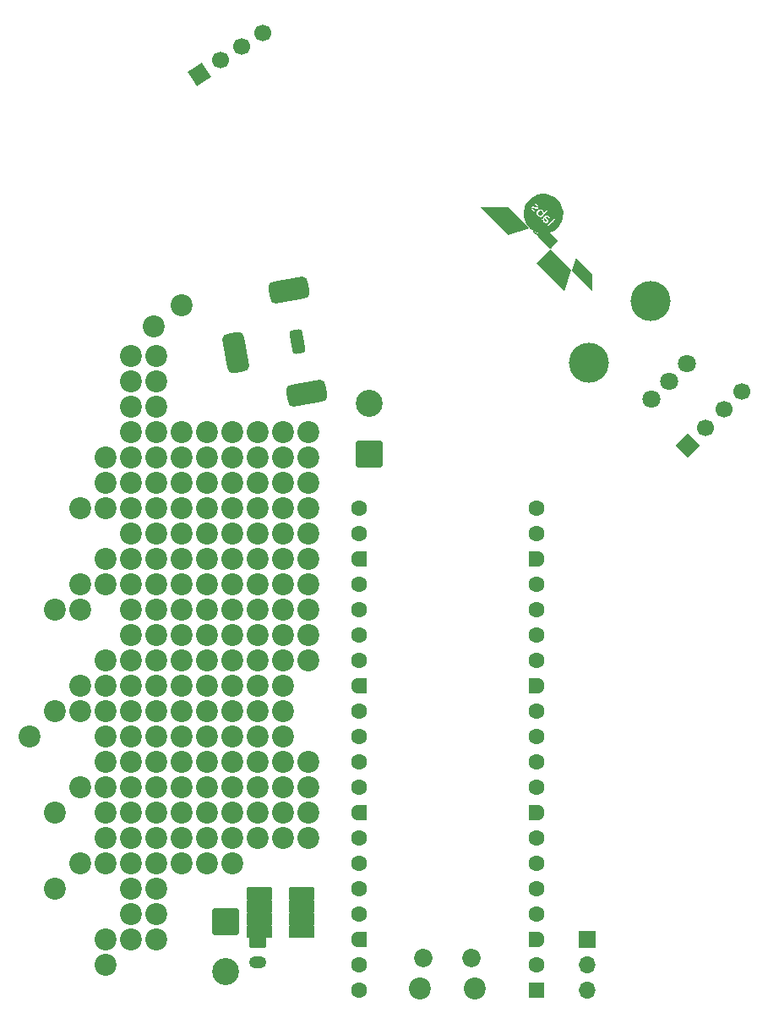
<source format=gbr>
%TF.GenerationSoftware,KiCad,Pcbnew,8.0.6*%
%TF.CreationDate,2024-11-07T16:30:57+01:00*%
%TF.ProjectId,SQUIM_v02,53515549-4d5f-4763-9032-2e6b69636164,rev?*%
%TF.SameCoordinates,Original*%
%TF.FileFunction,Soldermask,Bot*%
%TF.FilePolarity,Negative*%
%FSLAX46Y46*%
G04 Gerber Fmt 4.6, Leading zero omitted, Abs format (unit mm)*
G04 Created by KiCad (PCBNEW 8.0.6) date 2024-11-07 16:30:57*
%MOMM*%
%LPD*%
G01*
G04 APERTURE LIST*
G04 Aperture macros list*
%AMRoundRect*
0 Rectangle with rounded corners*
0 $1 Rounding radius*
0 $2 $3 $4 $5 $6 $7 $8 $9 X,Y pos of 4 corners*
0 Add a 4 corners polygon primitive as box body*
4,1,4,$2,$3,$4,$5,$6,$7,$8,$9,$2,$3,0*
0 Add four circle primitives for the rounded corners*
1,1,$1+$1,$2,$3*
1,1,$1+$1,$4,$5*
1,1,$1+$1,$6,$7*
1,1,$1+$1,$8,$9*
0 Add four rect primitives between the rounded corners*
20,1,$1+$1,$2,$3,$4,$5,0*
20,1,$1+$1,$4,$5,$6,$7,0*
20,1,$1+$1,$6,$7,$8,$9,0*
20,1,$1+$1,$8,$9,$2,$3,0*%
%AMHorizOval*
0 Thick line with rounded ends*
0 $1 width*
0 $2 $3 position (X,Y) of the first rounded end (center of the circle)*
0 $4 $5 position (X,Y) of the second rounded end (center of the circle)*
0 Add line between two ends*
20,1,$1,$2,$3,$4,$5,0*
0 Add two circle primitives to create the rounded ends*
1,1,$1,$2,$3*
1,1,$1,$4,$5*%
%AMRotRect*
0 Rectangle, with rotation*
0 The origin of the aperture is its center*
0 $1 length*
0 $2 width*
0 $3 Rotation angle, in degrees counterclockwise*
0 Add horizontal line*
21,1,$1,$2,0,0,$3*%
%AMFreePoly0*
4,1,28,0.605014,0.794986,0.644504,0.794986,0.724698,0.756366,0.780194,0.686777,0.800000,0.600000,0.800000,-0.600000,0.780194,-0.686777,0.724698,-0.756366,0.644504,-0.794986,0.605014,-0.794986,0.600000,-0.800000,0.000000,-0.800000,-0.178017,-0.779942,-0.347107,-0.720775,-0.498792,-0.625465,-0.625465,-0.498792,-0.720775,-0.347107,-0.779942,-0.178017,-0.800000,0.000000,-0.779942,0.178017,
-0.720775,0.347107,-0.625465,0.498792,-0.498792,0.625465,-0.347107,0.720775,-0.178017,0.779942,0.000000,0.800000,0.600000,0.800000,0.605014,0.794986,0.605014,0.794986,$1*%
%AMFreePoly1*
4,1,28,0.178017,0.779942,0.347107,0.720775,0.498792,0.625465,0.625465,0.498792,0.720775,0.347107,0.779942,0.178017,0.800000,0.000000,0.779942,-0.178017,0.720775,-0.347107,0.625465,-0.498792,0.498792,-0.625465,0.347107,-0.720775,0.178017,-0.779942,0.000000,-0.800000,-0.600000,-0.800000,-0.605014,-0.794986,-0.644504,-0.794986,-0.724698,-0.756366,-0.780194,-0.686777,-0.800000,-0.600000,
-0.800000,0.600000,-0.780194,0.686777,-0.724698,0.756366,-0.644504,0.794986,-0.605014,0.794986,-0.600000,0.800000,0.000000,0.800000,0.178017,0.779942,0.178017,0.779942,$1*%
G04 Aperture macros list end*
%ADD10C,0.000000*%
%ADD11RoundRect,0.063500X1.206500X-0.571500X1.206500X0.571500X-1.206500X0.571500X-1.206500X-0.571500X0*%
%ADD12RoundRect,0.063500X-1.206500X0.571500X-1.206500X-0.571500X1.206500X-0.571500X1.206500X0.571500X0*%
%ADD13C,2.200000*%
%ADD14RoundRect,0.250000X-0.625000X0.350000X-0.625000X-0.350000X0.625000X-0.350000X0.625000X0.350000X0*%
%ADD15O,1.750000X1.200000*%
%ADD16RoundRect,0.325000X0.472005X-0.805271X0.168120X0.918142X-0.472005X0.805271X-0.168120X-0.918142X0*%
%ADD17RoundRect,0.550000X-1.332465X-0.793434X1.523478X-0.289854X1.332465X0.793434X-1.523478X0.289854X0*%
%ADD18RoundRect,0.550000X0.793434X-1.332465X0.289854X1.523478X-0.793434X1.332465X-0.289854X-1.523478X0*%
%ADD19RotRect,1.700000X1.700000X135.000000*%
%ADD20HorizOval,1.700000X0.000000X0.000000X0.000000X0.000000X0*%
%ADD21C,4.000000*%
%ADD22C,1.800000*%
%ADD23RoundRect,0.250001X1.099999X-1.099999X1.099999X1.099999X-1.099999X1.099999X-1.099999X-1.099999X0*%
%ADD24C,2.700000*%
%ADD25RoundRect,0.250001X-1.099999X1.099999X-1.099999X-1.099999X1.099999X-1.099999X1.099999X1.099999X0*%
%ADD26C,1.850000*%
%ADD27RoundRect,0.200000X0.600000X0.600000X-0.600000X0.600000X-0.600000X-0.600000X0.600000X-0.600000X0*%
%ADD28C,1.600000*%
%ADD29FreePoly0,180.000000*%
%ADD30FreePoly1,180.000000*%
%ADD31RotRect,1.700000X1.700000X303.000000*%
%ADD32C,1.700000*%
%ADD33R,1.700000X1.700000*%
%ADD34O,1.700000X1.700000*%
G04 APERTURE END LIST*
D10*
%TO.C,REF\u002A\u002A*%
G36*
X153572254Y-83431470D02*
G01*
X154626618Y-84485835D01*
X154279192Y-85528280D01*
X153931764Y-86570726D01*
X152529890Y-85168851D01*
X151128014Y-83766977D01*
X151822951Y-83072039D01*
X152517887Y-82377103D01*
X153572254Y-83431470D01*
G37*
G36*
X149315770Y-79174987D02*
G01*
X150361229Y-80220446D01*
X149318783Y-80567872D01*
X148276337Y-80915302D01*
X146883529Y-79522491D01*
X145490719Y-78129682D01*
X146880515Y-78129604D01*
X148270310Y-78129527D01*
X149315770Y-79174987D01*
G37*
G36*
X152055813Y-79326991D02*
G01*
X152059467Y-79330655D01*
X152122387Y-79399256D01*
X152159693Y-79454268D01*
X152173909Y-79500576D01*
X152167565Y-79543064D01*
X152138575Y-79582669D01*
X152090441Y-79602022D01*
X152034381Y-79594038D01*
X152010148Y-79580333D01*
X151962893Y-79533008D01*
X151923244Y-79467993D01*
X151898530Y-79395970D01*
X151891932Y-79349162D01*
X151899052Y-79312767D01*
X151924965Y-79279673D01*
X151966731Y-79237908D01*
X152055813Y-79326991D01*
G37*
G36*
X155917641Y-84075462D02*
G01*
X156753275Y-84911096D01*
X156753405Y-85719857D01*
X156753408Y-85722712D01*
X156753243Y-85884870D01*
X156752734Y-86036468D01*
X156751920Y-86174173D01*
X156750830Y-86294655D01*
X156749505Y-86394578D01*
X156747982Y-86470610D01*
X156746297Y-86519416D01*
X156744485Y-86537669D01*
X156736050Y-86531394D01*
X156705313Y-86503279D01*
X156653781Y-86454219D01*
X156583193Y-86385928D01*
X156495295Y-86300118D01*
X156391828Y-86198500D01*
X156274533Y-86082786D01*
X156145154Y-85954690D01*
X156005433Y-85815923D01*
X155857112Y-85668198D01*
X155701934Y-85513223D01*
X154668434Y-84479723D01*
X154875221Y-83859777D01*
X155082007Y-83239830D01*
X155917641Y-84075462D01*
G37*
G36*
X151569843Y-78478134D02*
G01*
X151625397Y-78501940D01*
X151687520Y-78553702D01*
X151736099Y-78621465D01*
X151762496Y-78695484D01*
X151773393Y-78760273D01*
X151661198Y-78872466D01*
X151653653Y-78880008D01*
X151603047Y-78929704D01*
X151568512Y-78959872D01*
X151543215Y-78974668D01*
X151520315Y-78978254D01*
X151492986Y-78974781D01*
X151492205Y-78974645D01*
X151445787Y-78964412D01*
X151412237Y-78953685D01*
X151379469Y-78932866D01*
X151331860Y-78887791D01*
X151290989Y-78835078D01*
X151267905Y-78787449D01*
X151267806Y-78787068D01*
X151262829Y-78710470D01*
X151289153Y-78636779D01*
X151347965Y-78562654D01*
X151381062Y-78531606D01*
X151443320Y-78488512D01*
X151503553Y-78471714D01*
X151569843Y-78478134D01*
G37*
G36*
X150713067Y-80468515D02*
G01*
X150734859Y-80481762D01*
X150821429Y-80533824D01*
X151055467Y-80648535D01*
X151298095Y-80730501D01*
X151549937Y-80779909D01*
X151811623Y-80796937D01*
X151916141Y-80795495D01*
X152077067Y-80783842D01*
X152227871Y-80758951D01*
X152382549Y-80718906D01*
X152519969Y-80677789D01*
X152932295Y-81090116D01*
X153344622Y-81502442D01*
X152939243Y-81907821D01*
X152866906Y-81979904D01*
X152775541Y-82070177D01*
X152693607Y-82150263D01*
X152623989Y-82217385D01*
X152569572Y-82268766D01*
X152533245Y-82301629D01*
X152517887Y-82313201D01*
X152505346Y-82304096D01*
X152470764Y-82272896D01*
X152416707Y-82221662D01*
X152345414Y-82152633D01*
X152259126Y-82068048D01*
X152160080Y-81970149D01*
X152050519Y-81861173D01*
X151932681Y-81743360D01*
X151808804Y-81618953D01*
X151681130Y-81490186D01*
X151551895Y-81359304D01*
X151423340Y-81228542D01*
X151297707Y-81100141D01*
X151177233Y-80976341D01*
X151064156Y-80859383D01*
X150993546Y-80786028D01*
X150898003Y-80686514D01*
X150823228Y-80608089D01*
X150767476Y-80548756D01*
X150729004Y-80506515D01*
X150706069Y-80479369D01*
X150696930Y-80465319D01*
X150699844Y-80462366D01*
X150713067Y-80468515D01*
G37*
G36*
X152027023Y-76810226D02*
G01*
X152277489Y-76852213D01*
X152520459Y-76924946D01*
X152751486Y-77027088D01*
X152966134Y-77157302D01*
X153045204Y-77217467D01*
X153163398Y-77321501D01*
X153280637Y-77439076D01*
X153387369Y-77560439D01*
X153474038Y-77675835D01*
X153595844Y-77880984D01*
X153699257Y-78115547D01*
X153770748Y-78357489D01*
X153810254Y-78604573D01*
X153817728Y-78854561D01*
X153793112Y-79105217D01*
X153736353Y-79354306D01*
X153647397Y-79599592D01*
X153526192Y-79838834D01*
X153437377Y-79970003D01*
X153320314Y-80108327D01*
X153220075Y-80207923D01*
X153184009Y-80243756D01*
X153035230Y-80370084D01*
X152880744Y-80481115D01*
X152727322Y-80570649D01*
X152646626Y-80609428D01*
X152411027Y-80698232D01*
X152168157Y-80755949D01*
X151921295Y-80782955D01*
X151673718Y-80779623D01*
X151428705Y-80746328D01*
X151189535Y-80683443D01*
X150959483Y-80591343D01*
X150741832Y-80470405D01*
X150539854Y-80320996D01*
X150432033Y-80222970D01*
X150260107Y-80032587D01*
X150199097Y-79944825D01*
X152230326Y-79944825D01*
X152258757Y-79980684D01*
X152284764Y-80003386D01*
X152323869Y-80005434D01*
X152328105Y-80003557D01*
X152358631Y-79981147D01*
X152410723Y-79935524D01*
X152483092Y-79867888D01*
X152574452Y-79779435D01*
X152683517Y-79671363D01*
X152696164Y-79658712D01*
X152790627Y-79563948D01*
X152863969Y-79489552D01*
X152918887Y-79432470D01*
X152958081Y-79389643D01*
X152984251Y-79358013D01*
X153000094Y-79334524D01*
X153008309Y-79316120D01*
X153011596Y-79299741D01*
X153012917Y-79279807D01*
X153005200Y-79253159D01*
X152976284Y-79238845D01*
X152970866Y-79237252D01*
X152959218Y-79235333D01*
X152946254Y-79237801D01*
X152929168Y-79247131D01*
X152905157Y-79265798D01*
X152871418Y-79296269D01*
X152825145Y-79341024D01*
X152763537Y-79402533D01*
X152683787Y-79483274D01*
X152583093Y-79585714D01*
X152357827Y-79815031D01*
X152230326Y-79944825D01*
X150199097Y-79944825D01*
X150116126Y-79825473D01*
X150000760Y-79604116D01*
X149914679Y-79371000D01*
X149913574Y-79366229D01*
X151677999Y-79366229D01*
X151679530Y-79392431D01*
X151700408Y-79424940D01*
X151734191Y-79440171D01*
X151769883Y-79430434D01*
X151800689Y-79407291D01*
X151821825Y-79488269D01*
X151845898Y-79556106D01*
X151896520Y-79636703D01*
X151961720Y-79694732D01*
X152036745Y-79727435D01*
X152116836Y-79732053D01*
X152197237Y-79705832D01*
X152229076Y-79686281D01*
X152257175Y-79655592D01*
X152277856Y-79606839D01*
X152281326Y-79595582D01*
X152292225Y-79537526D01*
X152292344Y-79487414D01*
X152273699Y-79433533D01*
X152234139Y-79364507D01*
X152179307Y-79289941D01*
X152114638Y-79218072D01*
X152078169Y-79180530D01*
X152063456Y-79158531D01*
X152068310Y-79143806D01*
X152090503Y-79128038D01*
X152091159Y-79127629D01*
X152137007Y-79110673D01*
X152190338Y-79105202D01*
X152196994Y-79105593D01*
X152223280Y-79110131D01*
X152248880Y-79122182D01*
X152278052Y-79145622D01*
X152315055Y-79184329D01*
X152364149Y-79242183D01*
X152429592Y-79323064D01*
X152449964Y-79340132D01*
X152490109Y-79346418D01*
X152500119Y-79343602D01*
X152519169Y-79327212D01*
X152520738Y-79290858D01*
X152513725Y-79260827D01*
X152485255Y-79199193D01*
X152441725Y-79131839D01*
X152389956Y-79068800D01*
X152336767Y-79020117D01*
X152292277Y-78994602D01*
X152206971Y-78972610D01*
X152116957Y-78976201D01*
X152033742Y-79005917D01*
X152028117Y-79009643D01*
X152006400Y-79024022D01*
X151955470Y-79064977D01*
X151896498Y-79118078D01*
X151835111Y-79177622D01*
X151776940Y-79237911D01*
X151727612Y-79293241D01*
X151692757Y-79337914D01*
X151677999Y-79366229D01*
X149913574Y-79366229D01*
X149858549Y-79128620D01*
X149833042Y-78879461D01*
X149836526Y-78726812D01*
X151135762Y-78726812D01*
X151144729Y-78819280D01*
X151173339Y-78898378D01*
X151177761Y-78906036D01*
X151206055Y-78949592D01*
X151230452Y-78979710D01*
X151263325Y-79003951D01*
X151317559Y-79032503D01*
X151374154Y-79054506D01*
X151418192Y-79063318D01*
X151433835Y-79063955D01*
X151447945Y-79073423D01*
X151441608Y-79102881D01*
X151437331Y-79140105D01*
X151455178Y-79178254D01*
X151494509Y-79196069D01*
X151500820Y-79195615D01*
X151516935Y-79188627D01*
X151540983Y-79171638D01*
X151575585Y-79142272D01*
X151623360Y-79098146D01*
X151686928Y-79036886D01*
X151768909Y-78956114D01*
X151871923Y-78853448D01*
X151958212Y-78767065D01*
X152039865Y-78684860D01*
X152102079Y-78621291D01*
X152147345Y-78573519D01*
X152178157Y-78538709D01*
X152197007Y-78514018D01*
X152206394Y-78496610D01*
X152208801Y-78483648D01*
X152206731Y-78472289D01*
X152195956Y-78441693D01*
X152179845Y-78427227D01*
X152146456Y-78424867D01*
X152145044Y-78424888D01*
X152121082Y-78431254D01*
X152089600Y-78451596D01*
X152045630Y-78489726D01*
X151984208Y-78549457D01*
X151859618Y-78674047D01*
X151846088Y-78603386D01*
X151840902Y-78580718D01*
X151800335Y-78489838D01*
X151734723Y-78417723D01*
X151648959Y-78368583D01*
X151547928Y-78346633D01*
X151442908Y-78354450D01*
X151378974Y-78380187D01*
X151345332Y-78393727D01*
X151254349Y-78465617D01*
X151247165Y-78472954D01*
X151192051Y-78541003D01*
X151156248Y-78607356D01*
X151147306Y-78635824D01*
X151135762Y-78726812D01*
X149836526Y-78726812D01*
X149838826Y-78626007D01*
X149876571Y-78370754D01*
X149903815Y-78272202D01*
X150599910Y-78272202D01*
X150631991Y-78356042D01*
X150654721Y-78393025D01*
X150692259Y-78439371D01*
X150740876Y-78479551D01*
X150810720Y-78523044D01*
X150864886Y-78552025D01*
X150914903Y-78570219D01*
X150949531Y-78568441D01*
X150974778Y-78547593D01*
X150980503Y-78539884D01*
X150985867Y-78528539D01*
X150982920Y-78515610D01*
X150968141Y-78497051D01*
X150938001Y-78468815D01*
X150888976Y-78426860D01*
X150817543Y-78367135D01*
X150784257Y-78338625D01*
X150749236Y-78303888D01*
X150731997Y-78276119D01*
X150726529Y-78247416D01*
X150726441Y-78245511D01*
X150730686Y-78202180D01*
X150750041Y-78179682D01*
X150787553Y-78177836D01*
X150846258Y-78196460D01*
X150929199Y-78235375D01*
X150973427Y-78256940D01*
X151070834Y-78294716D01*
X151149399Y-78308327D01*
X151212358Y-78298049D01*
X151262952Y-78264165D01*
X151267196Y-78259706D01*
X151303535Y-78199732D01*
X151323055Y-78125549D01*
X151321341Y-78053104D01*
X151314172Y-78030017D01*
X151282128Y-77973615D01*
X151233609Y-77915435D01*
X151175581Y-77861529D01*
X151115006Y-77817955D01*
X151058853Y-77790764D01*
X151014082Y-77786011D01*
X150986469Y-77799796D01*
X150975752Y-77829507D01*
X150991321Y-77867014D01*
X151032220Y-77906001D01*
X151080956Y-77943032D01*
X151147939Y-78008060D01*
X151185664Y-78068157D01*
X151193143Y-78121462D01*
X151169394Y-78166105D01*
X151157956Y-78173918D01*
X151113861Y-78176204D01*
X151049527Y-78153315D01*
X150966261Y-78105642D01*
X150900146Y-78069361D01*
X150813289Y-78043287D01*
X150735911Y-78045621D01*
X150671431Y-78076076D01*
X150623270Y-78134363D01*
X150601469Y-78191203D01*
X150599910Y-78272202D01*
X149903815Y-78272202D01*
X149946945Y-78116184D01*
X149958557Y-78083411D01*
X150056837Y-77862616D01*
X150184151Y-77654700D01*
X150337401Y-77462756D01*
X150513493Y-77289876D01*
X150709330Y-77139152D01*
X150921815Y-77013680D01*
X151147850Y-76916551D01*
X151230124Y-76888921D01*
X151409555Y-76840829D01*
X151587272Y-76812216D01*
X151779022Y-76800186D01*
X152027023Y-76810226D01*
G37*
%TD*%
D11*
%TO.C,J16*%
X127630228Y-150669994D03*
%TD*%
%TO.C,J15*%
X127630228Y-149419994D03*
%TD*%
%TO.C,J14*%
X127630228Y-148169994D03*
%TD*%
%TO.C,J13*%
X127630228Y-146919994D03*
%TD*%
D12*
%TO.C,J11*%
X123390228Y-150669994D03*
%TD*%
%TO.C,J10*%
X123390228Y-149419994D03*
%TD*%
%TO.C,J9*%
X123390228Y-148169994D03*
%TD*%
%TO.C,J8*%
X123390228Y-146919994D03*
%TD*%
D13*
%TO.C,*%
X115540228Y-100639994D03*
%TD*%
%TO.C,*%
X115540228Y-103179994D03*
%TD*%
%TO.C,*%
X115540228Y-108259994D03*
%TD*%
%TO.C,*%
X115540228Y-110799994D03*
%TD*%
%TO.C,*%
X115540228Y-105719994D03*
%TD*%
%TO.C,*%
X115540228Y-113339994D03*
%TD*%
%TO.C,*%
X115540228Y-118419994D03*
%TD*%
%TO.C,*%
X115540228Y-120959994D03*
%TD*%
%TO.C,*%
X115540228Y-115879994D03*
%TD*%
%TO.C,*%
X115540228Y-123499994D03*
%TD*%
%TO.C,*%
X115540228Y-128579994D03*
%TD*%
%TO.C,*%
X115540228Y-131119994D03*
%TD*%
%TO.C,*%
X115540228Y-126039994D03*
%TD*%
%TO.C,*%
X115540228Y-133659994D03*
%TD*%
%TO.C,*%
X115540228Y-136199994D03*
%TD*%
%TO.C,*%
X115540228Y-138739994D03*
%TD*%
%TO.C,*%
X115540228Y-141279994D03*
%TD*%
D14*
%TO.C,J7*%
X123210228Y-151719994D03*
D15*
X123210228Y-153719994D03*
%TD*%
D13*
%TO.C,*%
X113000228Y-100639994D03*
%TD*%
%TO.C,*%
X118080228Y-115879994D03*
%TD*%
%TO.C,*%
X123160228Y-138739994D03*
%TD*%
%TO.C,*%
X125700228Y-100639994D03*
%TD*%
%TO.C,*%
X120620228Y-131119994D03*
%TD*%
%TO.C,*%
X118080228Y-131119994D03*
%TD*%
%TO.C,*%
X128240228Y-133659994D03*
%TD*%
%TO.C,*%
X123160228Y-120959994D03*
%TD*%
%TO.C,*%
X113000228Y-95559994D03*
%TD*%
%TO.C,*%
X113000228Y-141279994D03*
%TD*%
D16*
%TO.C,J2*%
X127192625Y-91613369D03*
D17*
X126280972Y-86443128D03*
D18*
X120988336Y-92707352D03*
D17*
X128104278Y-96783610D03*
%TD*%
D13*
%TO.C,*%
X107920228Y-108259994D03*
%TD*%
%TO.C,*%
X105380228Y-118419994D03*
%TD*%
%TO.C,*%
X115540228Y-87939994D03*
%TD*%
%TO.C,*%
X125700228Y-115879994D03*
%TD*%
%TO.C,*%
X110460228Y-138739994D03*
%TD*%
%TO.C,*%
X120620228Y-136199994D03*
%TD*%
%TO.C,*%
X128240228Y-103179994D03*
%TD*%
%TO.C,*%
X118080228Y-100639994D03*
%TD*%
%TO.C,*%
X110460228Y-123499994D03*
%TD*%
D19*
%TO.C,J6*%
X166300000Y-102000000D03*
D20*
X168096051Y-100203949D03*
X169892102Y-98407898D03*
X171688154Y-96611846D03*
%TD*%
D13*
%TO.C,*%
X110460228Y-131119994D03*
%TD*%
%TO.C,*%
X125700228Y-123499994D03*
%TD*%
%TO.C,*%
X113000228Y-108259994D03*
%TD*%
%TO.C,*%
X110460228Y-93019994D03*
%TD*%
%TO.C,*%
X125700228Y-136199994D03*
%TD*%
%TO.C,*%
X113000228Y-133659994D03*
%TD*%
%TO.C,*%
X110460228Y-143819994D03*
%TD*%
%TO.C,*%
X107920228Y-136199994D03*
%TD*%
%TO.C,*%
X107920228Y-126039994D03*
%TD*%
%TO.C,*%
X123160228Y-131119994D03*
%TD*%
%TO.C,*%
X110460228Y-108259994D03*
%TD*%
%TO.C,*%
X102840228Y-128579994D03*
%TD*%
%TO.C,*%
X123160228Y-136199994D03*
%TD*%
%TO.C,*%
X113000228Y-143819994D03*
%TD*%
%TO.C,*%
X113000228Y-136199994D03*
%TD*%
%TO.C,*%
X125700228Y-118419994D03*
%TD*%
%TO.C,*%
X120620228Y-126039994D03*
%TD*%
%TO.C,*%
X100300228Y-131119994D03*
%TD*%
%TO.C,*%
X113000228Y-120959994D03*
%TD*%
%TO.C,*%
X107920228Y-113339994D03*
%TD*%
%TO.C,*%
X113000228Y-151439994D03*
%TD*%
%TO.C,*%
X110460228Y-120959994D03*
%TD*%
%TO.C,*%
X107920228Y-153979994D03*
%TD*%
%TO.C,*%
X110460228Y-148899994D03*
%TD*%
%TO.C,*%
X125700228Y-108259994D03*
%TD*%
%TO.C,*%
X128240228Y-115879994D03*
%TD*%
%TO.C,*%
X123160228Y-105719994D03*
%TD*%
%TO.C,*%
X120620228Y-123499994D03*
%TD*%
%TO.C,*%
X118080228Y-118419994D03*
%TD*%
%TO.C,*%
X113000228Y-118419994D03*
%TD*%
%TO.C,*%
X125700228Y-103179994D03*
%TD*%
D21*
%TO.C,RV1*%
X156371216Y-93729289D03*
X162593755Y-87506750D03*
D22*
X166200000Y-93800000D03*
X164432233Y-95567767D03*
X162664466Y-97335534D03*
%TD*%
D13*
%TO.C,*%
X125700228Y-128579994D03*
%TD*%
%TO.C,*%
X123160228Y-108259994D03*
%TD*%
%TO.C,*%
X107920228Y-138739994D03*
%TD*%
%TO.C,*%
X128240228Y-123499994D03*
%TD*%
%TO.C,*%
X105380228Y-115879994D03*
%TD*%
%TO.C,*%
X125700228Y-133659994D03*
%TD*%
%TO.C,*%
X128240228Y-113339994D03*
%TD*%
%TO.C,*%
X120620228Y-118419994D03*
%TD*%
%TO.C,*%
X120620228Y-143819994D03*
%TD*%
%TO.C,*%
X110460228Y-115879994D03*
%TD*%
%TO.C,*%
X120620228Y-138739994D03*
%TD*%
%TO.C,*%
X118080228Y-141279994D03*
%TD*%
%TO.C,*%
X105380228Y-128579994D03*
%TD*%
%TO.C,*%
X118080228Y-113339994D03*
%TD*%
%TO.C,*%
X118080228Y-108259994D03*
%TD*%
%TO.C,*%
X102840228Y-146359994D03*
%TD*%
%TO.C,*%
X113000228Y-113339994D03*
%TD*%
%TO.C,*%
X113000228Y-146359994D03*
%TD*%
%TO.C,*%
X107920228Y-115879994D03*
%TD*%
%TO.C,*%
X123160228Y-115879994D03*
%TD*%
%TO.C,*%
X123160228Y-103179994D03*
%TD*%
%TO.C,*%
X120620228Y-108259994D03*
%TD*%
%TO.C,*%
X125700228Y-110799994D03*
%TD*%
%TO.C,*%
X128240228Y-110799994D03*
%TD*%
D23*
%TO.C,J3*%
X134350000Y-102827500D03*
D24*
X134350000Y-97827500D03*
%TD*%
D13*
%TO.C,*%
X125700228Y-105719994D03*
%TD*%
%TO.C,*%
X110460228Y-128579994D03*
%TD*%
%TO.C,*%
X120620228Y-100639994D03*
%TD*%
%TO.C,*%
X123160228Y-100639994D03*
%TD*%
%TO.C,*%
X102840228Y-138739994D03*
%TD*%
%TO.C,*%
X118080228Y-103179994D03*
%TD*%
%TO.C,*%
X110460228Y-126039994D03*
%TD*%
%TO.C,*%
X120620228Y-133659994D03*
%TD*%
%TO.C,*%
X115540228Y-143819994D03*
%TD*%
%TO.C,*%
X118080228Y-136199994D03*
%TD*%
%TO.C,*%
X123160228Y-123499994D03*
%TD*%
%TO.C,*%
X128240228Y-105719994D03*
%TD*%
%TO.C,*%
X125700228Y-131119994D03*
%TD*%
%TO.C,*%
X125700228Y-141279994D03*
%TD*%
%TO.C,*%
X128240228Y-138739994D03*
%TD*%
%TO.C,*%
X110460228Y-136199994D03*
%TD*%
%TO.C,*%
X120620228Y-141279994D03*
%TD*%
%TO.C,*%
X128240228Y-118419994D03*
%TD*%
%TO.C,*%
X123160228Y-113339994D03*
%TD*%
%TO.C,*%
X128240228Y-108259994D03*
%TD*%
%TO.C,*%
X118080228Y-105719994D03*
%TD*%
%TO.C,*%
X110460228Y-95559994D03*
%TD*%
%TO.C,*%
X110460228Y-146359994D03*
%TD*%
%TO.C,*%
X110460228Y-110799994D03*
%TD*%
%TO.C,*%
X128240228Y-141279994D03*
%TD*%
%TO.C,*%
X113000228Y-138739994D03*
%TD*%
%TO.C,*%
X120620228Y-120959994D03*
%TD*%
%TO.C,*%
X107920228Y-151439994D03*
%TD*%
%TO.C,*%
X120620228Y-115879994D03*
%TD*%
%TO.C,*%
X120620228Y-113339994D03*
%TD*%
%TO.C,*%
X128240228Y-120959994D03*
%TD*%
%TO.C,*%
X118080228Y-120959994D03*
%TD*%
%TO.C,*%
X120620228Y-105719994D03*
%TD*%
%TO.C,*%
X125700228Y-138739994D03*
%TD*%
%TO.C,*%
X107920228Y-105719994D03*
%TD*%
D25*
%TO.C,J5*%
X119930228Y-149719994D03*
D24*
X119930228Y-154719994D03*
%TD*%
D13*
%TO.C,*%
X110460228Y-151439994D03*
%TD*%
%TO.C,*%
X123160228Y-141279994D03*
%TD*%
%TO.C,*%
X105380228Y-143819994D03*
%TD*%
%TO.C,*%
X110460228Y-103179994D03*
%TD*%
%TO.C,*%
X128240228Y-136199994D03*
%TD*%
%TO.C,*%
X110460228Y-141279994D03*
%TD*%
%TO.C,*%
X107920228Y-141279994D03*
%TD*%
%TO.C,*%
X113000228Y-123499994D03*
%TD*%
%TO.C,*%
X110460228Y-133659994D03*
%TD*%
%TO.C,U1*%
X144935228Y-156389994D03*
D26*
X144635228Y-153359994D03*
X139785228Y-153359994D03*
D13*
X139485228Y-156389994D03*
D27*
X151100228Y-156519994D03*
D28*
X151100228Y-153979994D03*
D29*
X151100228Y-151439994D03*
D28*
X151100228Y-148899994D03*
X151100228Y-146359994D03*
X151100228Y-143819994D03*
X151100228Y-141279994D03*
D29*
X151100228Y-138739994D03*
D28*
X151100228Y-136199994D03*
X151100228Y-133659994D03*
X151100228Y-131119994D03*
X151100228Y-128579994D03*
D29*
X151100228Y-126039994D03*
D28*
X151100228Y-123499994D03*
X151100228Y-120959994D03*
X151100228Y-118419994D03*
X151100228Y-115879994D03*
D29*
X151100228Y-113339994D03*
D28*
X151100228Y-110799994D03*
X151100228Y-108259994D03*
X133320228Y-108259994D03*
X133320228Y-110799994D03*
D30*
X133320228Y-113339994D03*
D28*
X133320228Y-115879994D03*
X133320228Y-118419994D03*
X133320228Y-120959994D03*
X133320228Y-123499994D03*
D30*
X133320228Y-126039994D03*
D28*
X133320228Y-128579994D03*
X133320228Y-131119994D03*
X133320228Y-133659994D03*
X133320228Y-136199994D03*
D30*
X133320228Y-138739994D03*
D28*
X133320228Y-141279994D03*
X133320228Y-143819994D03*
X133320228Y-146359994D03*
X133320228Y-148899994D03*
D30*
X133320228Y-151439994D03*
D28*
X133320228Y-153979994D03*
X133320228Y-156519994D03*
%TD*%
D13*
%TO.C,*%
X102840228Y-118419994D03*
%TD*%
D31*
%TO.C,J4*%
X117333483Y-64813512D03*
D32*
X119463706Y-63430129D03*
X121593930Y-62046746D03*
X123724153Y-60663363D03*
%TD*%
D13*
%TO.C,*%
X110460228Y-100639994D03*
%TD*%
%TO.C,*%
X110460228Y-118419994D03*
%TD*%
%TO.C,*%
X113000228Y-110799994D03*
%TD*%
%TO.C,*%
X107920228Y-133659994D03*
%TD*%
%TO.C,*%
X113000228Y-131119994D03*
%TD*%
%TO.C,*%
X113000228Y-126039994D03*
%TD*%
%TO.C,*%
X123160228Y-133659994D03*
%TD*%
%TO.C,*%
X113000228Y-98099994D03*
%TD*%
%TO.C,*%
X107920228Y-131119994D03*
%TD*%
D33*
%TO.C,J1*%
X156180228Y-151439994D03*
D34*
X156180228Y-153979994D03*
X156180228Y-156519994D03*
%TD*%
D13*
%TO.C,*%
X113000228Y-128579994D03*
%TD*%
%TO.C,*%
X125700228Y-120959994D03*
%TD*%
%TO.C,*%
X118080228Y-126039994D03*
%TD*%
%TO.C,*%
X105380228Y-108259994D03*
%TD*%
%TO.C,*%
X110460228Y-98099994D03*
%TD*%
%TO.C,*%
X110460228Y-113339994D03*
%TD*%
%TO.C,*%
X110460228Y-105719994D03*
%TD*%
%TO.C,*%
X107920228Y-103179994D03*
%TD*%
%TO.C,*%
X113000228Y-93019994D03*
%TD*%
%TO.C,*%
X113000228Y-115879994D03*
%TD*%
%TO.C,*%
X118080228Y-133659994D03*
%TD*%
%TO.C,*%
X123160228Y-110799994D03*
%TD*%
%TO.C,*%
X123160228Y-118419994D03*
%TD*%
%TO.C,*%
X107920228Y-143819994D03*
%TD*%
%TO.C,*%
X113000228Y-148899994D03*
%TD*%
%TO.C,*%
X113000228Y-105719994D03*
%TD*%
%TO.C,*%
X105380228Y-126039994D03*
%TD*%
%TO.C,*%
X107920228Y-123499994D03*
%TD*%
%TO.C,*%
X112748468Y-90067425D03*
%TD*%
%TO.C,*%
X125700228Y-113339994D03*
%TD*%
%TO.C,*%
X118080228Y-138739994D03*
%TD*%
%TO.C,*%
X118080228Y-128579994D03*
%TD*%
%TO.C,*%
X123160228Y-126039994D03*
%TD*%
%TO.C,*%
X105380228Y-136199994D03*
%TD*%
%TO.C,*%
X118080228Y-143819994D03*
%TD*%
%TO.C,*%
X113000228Y-103179994D03*
%TD*%
%TO.C,*%
X120620228Y-110799994D03*
%TD*%
%TO.C,*%
X118080228Y-110799994D03*
%TD*%
%TO.C,*%
X120620228Y-103179994D03*
%TD*%
%TO.C,*%
X128240228Y-100639994D03*
%TD*%
%TO.C,*%
X123160228Y-128579994D03*
%TD*%
%TO.C,*%
X107920228Y-128579994D03*
%TD*%
%TO.C,*%
X120620228Y-128579994D03*
%TD*%
%TO.C,*%
X125700228Y-126039994D03*
%TD*%
%TO.C,*%
X118080228Y-123499994D03*
%TD*%
M02*

</source>
